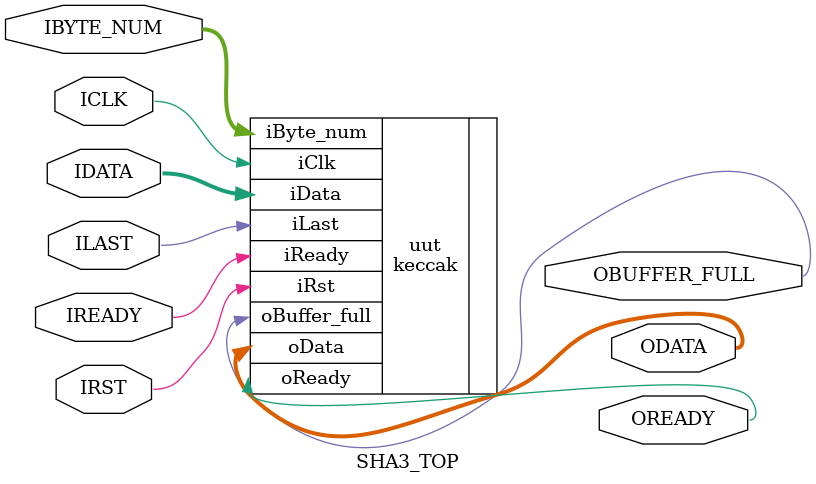
<source format=v>
module SHA3_TOP (
	input			ICLK,
	input			IRST,
	input	[63:0]	IDATA,
	input			IREADY,
	input			ILAST,
	input	[2:0]	IBYTE_NUM,
	output			OBUFFER_FULL,
	output	[511:0]	ODATA,
	output			OREADY
);

keccak uut (
	.iClk			(ICLK),
	.iRst			(IRST),
	.iData			(IDATA),
	.iReady			(IREADY),
	.iLast			(ILAST),
	.iByte_num		(IBYTE_NUM),
	.oBuffer_full	(OBUFFER_FULL),
	.oData			(ODATA),
	.oReady			(OREADY)
);

endmodule

</source>
